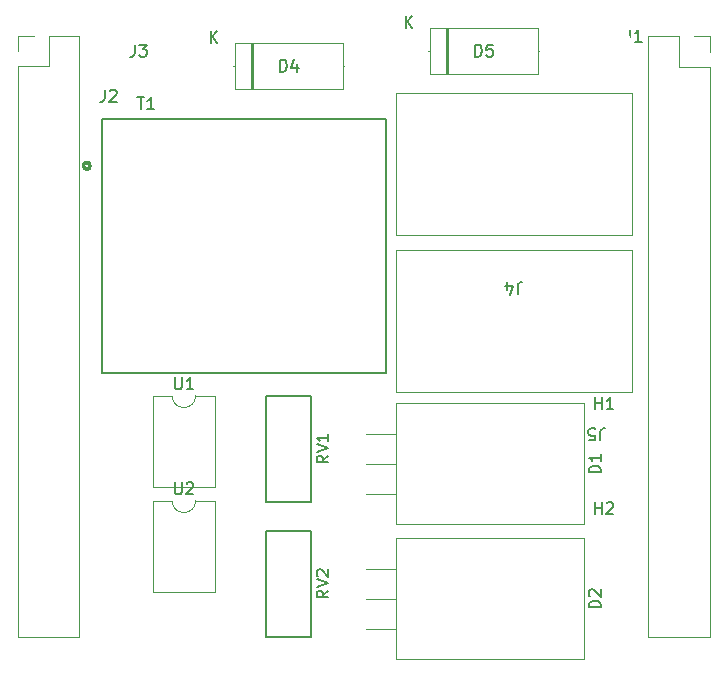
<source format=gto>
G04 #@! TF.GenerationSoftware,KiCad,Pcbnew,(6.0.2)*
G04 #@! TF.CreationDate,2022-02-24T19:29:25+09:00*
G04 #@! TF.ProjectId,ACBoard,4143426f-6172-4642-9e6b-696361645f70,rev?*
G04 #@! TF.SameCoordinates,Original*
G04 #@! TF.FileFunction,Legend,Top*
G04 #@! TF.FilePolarity,Positive*
%FSLAX46Y46*%
G04 Gerber Fmt 4.6, Leading zero omitted, Abs format (unit mm)*
G04 Created by KiCad (PCBNEW (6.0.2)) date 2022-02-24 19:29:25*
%MOMM*%
%LPD*%
G01*
G04 APERTURE LIST*
%ADD10C,0.150000*%
%ADD11C,0.120000*%
%ADD12C,0.300000*%
%ADD13C,0.127000*%
%ADD14O,1.000000X6.000000*%
%ADD15R,1.600000X1.600000*%
%ADD16O,1.600000X1.600000*%
%ADD17C,4.000000*%
%ADD18O,3.500000X3.500000*%
%ADD19R,2.000000X1.905000*%
%ADD20O,2.000000X1.905000*%
%ADD21C,2.000000*%
%ADD22R,13.000000X9.000000*%
%ADD23R,2.800000X2.800000*%
%ADD24O,2.800000X2.800000*%
%ADD25C,2.250000*%
%ADD26R,2.250000X2.250000*%
%ADD27C,1.600000*%
%ADD28R,1.700000X1.700000*%
%ADD29O,1.700000X1.700000*%
G04 APERTURE END LIST*
D10*
X200993333Y-39622619D02*
X200993333Y-38908333D01*
X201040952Y-38765476D01*
X201136190Y-38670238D01*
X201279047Y-38622619D01*
X201374285Y-38622619D01*
X200088571Y-39289285D02*
X200088571Y-38622619D01*
X200326666Y-39670238D02*
X200564761Y-38955952D01*
X199945714Y-38955952D01*
X207978333Y-51982619D02*
X207978333Y-51268333D01*
X208025952Y-51125476D01*
X208121190Y-51030238D01*
X208264047Y-50982619D01*
X208359285Y-50982619D01*
X207025952Y-51982619D02*
X207502142Y-51982619D01*
X207549761Y-51506428D01*
X207502142Y-51554047D01*
X207406904Y-51601666D01*
X207168809Y-51601666D01*
X207073571Y-51554047D01*
X207025952Y-51506428D01*
X206978333Y-51411190D01*
X206978333Y-51173095D01*
X207025952Y-51077857D01*
X207073571Y-51030238D01*
X207168809Y-50982619D01*
X207406904Y-50982619D01*
X207502142Y-51030238D01*
X207549761Y-51077857D01*
X171968095Y-46667380D02*
X171968095Y-47476904D01*
X172015714Y-47572142D01*
X172063333Y-47619761D01*
X172158571Y-47667380D01*
X172349047Y-47667380D01*
X172444285Y-47619761D01*
X172491904Y-47572142D01*
X172539523Y-47476904D01*
X172539523Y-46667380D01*
X173539523Y-47667380D02*
X172968095Y-47667380D01*
X173253809Y-47667380D02*
X173253809Y-46667380D01*
X173158571Y-46810238D01*
X173063333Y-46905476D01*
X172968095Y-46953095D01*
X170823095Y-68532380D02*
X170823095Y-67532380D01*
X171061190Y-67532380D01*
X171204047Y-67580000D01*
X171299285Y-67675238D01*
X171346904Y-67770476D01*
X171394523Y-67960952D01*
X171394523Y-68103809D01*
X171346904Y-68294285D01*
X171299285Y-68389523D01*
X171204047Y-68484761D01*
X171061190Y-68532380D01*
X170823095Y-68532380D01*
X171823095Y-68532380D02*
X171823095Y-67532380D01*
X171823095Y-68008571D02*
X172394523Y-68008571D01*
X172394523Y-68532380D02*
X172394523Y-67532380D01*
X172823095Y-67627619D02*
X172870714Y-67580000D01*
X172965952Y-67532380D01*
X173204047Y-67532380D01*
X173299285Y-67580000D01*
X173346904Y-67627619D01*
X173394523Y-67722857D01*
X173394523Y-67818095D01*
X173346904Y-67960952D01*
X172775476Y-68532380D01*
X173394523Y-68532380D01*
X208017380Y-54713095D02*
X207017380Y-54713095D01*
X207017380Y-54475000D01*
X207065000Y-54332142D01*
X207160238Y-54236904D01*
X207255476Y-54189285D01*
X207445952Y-54141666D01*
X207588809Y-54141666D01*
X207779285Y-54189285D01*
X207874523Y-54236904D01*
X207969761Y-54332142D01*
X208017380Y-54475000D01*
X208017380Y-54713095D01*
X208017380Y-53189285D02*
X208017380Y-53760714D01*
X208017380Y-53475000D02*
X207017380Y-53475000D01*
X207160238Y-53570238D01*
X207255476Y-53665476D01*
X207303095Y-53760714D01*
X208017380Y-66143095D02*
X207017380Y-66143095D01*
X207017380Y-65905000D01*
X207065000Y-65762142D01*
X207160238Y-65666904D01*
X207255476Y-65619285D01*
X207445952Y-65571666D01*
X207588809Y-65571666D01*
X207779285Y-65619285D01*
X207874523Y-65666904D01*
X207969761Y-65762142D01*
X208017380Y-65905000D01*
X208017380Y-66143095D01*
X207112619Y-65190714D02*
X207065000Y-65143095D01*
X207017380Y-65047857D01*
X207017380Y-64809761D01*
X207065000Y-64714523D01*
X207112619Y-64666904D01*
X207207857Y-64619285D01*
X207303095Y-64619285D01*
X207445952Y-64666904D01*
X208017380Y-65238333D01*
X208017380Y-64619285D01*
X168576666Y-18502380D02*
X168576666Y-19216666D01*
X168529047Y-19359523D01*
X168433809Y-19454761D01*
X168290952Y-19502380D01*
X168195714Y-19502380D01*
X168957619Y-18502380D02*
X169576666Y-18502380D01*
X169243333Y-18883333D01*
X169386190Y-18883333D01*
X169481428Y-18930952D01*
X169529047Y-18978571D01*
X169576666Y-19073809D01*
X169576666Y-19311904D01*
X169529047Y-19407142D01*
X169481428Y-19454761D01*
X169386190Y-19502380D01*
X169100476Y-19502380D01*
X169005238Y-19454761D01*
X168957619Y-19407142D01*
X207518095Y-58237380D02*
X207518095Y-57237380D01*
X207518095Y-57713571D02*
X208089523Y-57713571D01*
X208089523Y-58237380D02*
X208089523Y-57237380D01*
X208518095Y-57332619D02*
X208565714Y-57285000D01*
X208660952Y-57237380D01*
X208899047Y-57237380D01*
X208994285Y-57285000D01*
X209041904Y-57332619D01*
X209089523Y-57427857D01*
X209089523Y-57523095D01*
X209041904Y-57665952D01*
X208470476Y-58237380D01*
X209089523Y-58237380D01*
X197381904Y-19502380D02*
X197381904Y-18502380D01*
X197620000Y-18502380D01*
X197762857Y-18550000D01*
X197858095Y-18645238D01*
X197905714Y-18740476D01*
X197953333Y-18930952D01*
X197953333Y-19073809D01*
X197905714Y-19264285D01*
X197858095Y-19359523D01*
X197762857Y-19454761D01*
X197620000Y-19502380D01*
X197381904Y-19502380D01*
X198858095Y-18502380D02*
X198381904Y-18502380D01*
X198334285Y-18978571D01*
X198381904Y-18930952D01*
X198477142Y-18883333D01*
X198715238Y-18883333D01*
X198810476Y-18930952D01*
X198858095Y-18978571D01*
X198905714Y-19073809D01*
X198905714Y-19311904D01*
X198858095Y-19407142D01*
X198810476Y-19454761D01*
X198715238Y-19502380D01*
X198477142Y-19502380D01*
X198381904Y-19454761D01*
X198334285Y-19407142D01*
X191508095Y-17102380D02*
X191508095Y-16102380D01*
X192079523Y-17102380D02*
X191650952Y-16530952D01*
X192079523Y-16102380D02*
X191508095Y-16673809D01*
X171968095Y-55557380D02*
X171968095Y-56366904D01*
X172015714Y-56462142D01*
X172063333Y-56509761D01*
X172158571Y-56557380D01*
X172349047Y-56557380D01*
X172444285Y-56509761D01*
X172491904Y-56462142D01*
X172539523Y-56366904D01*
X172539523Y-55557380D01*
X172968095Y-55652619D02*
X173015714Y-55605000D01*
X173110952Y-55557380D01*
X173349047Y-55557380D01*
X173444285Y-55605000D01*
X173491904Y-55652619D01*
X173539523Y-55747857D01*
X173539523Y-55843095D01*
X173491904Y-55985952D01*
X172920476Y-56557380D01*
X173539523Y-56557380D01*
X168783095Y-22947380D02*
X169354523Y-22947380D01*
X169068809Y-23947380D02*
X169068809Y-22947380D01*
X170211666Y-23947380D02*
X169640238Y-23947380D01*
X169925952Y-23947380D02*
X169925952Y-22947380D01*
X169830714Y-23090238D01*
X169735476Y-23185476D01*
X169640238Y-23233095D01*
X165743095Y-68532380D02*
X165743095Y-67532380D01*
X165981190Y-67532380D01*
X166124047Y-67580000D01*
X166219285Y-67675238D01*
X166266904Y-67770476D01*
X166314523Y-67960952D01*
X166314523Y-68103809D01*
X166266904Y-68294285D01*
X166219285Y-68389523D01*
X166124047Y-68484761D01*
X165981190Y-68532380D01*
X165743095Y-68532380D01*
X166743095Y-68532380D02*
X166743095Y-67532380D01*
X166743095Y-68008571D02*
X167314523Y-68008571D01*
X167314523Y-68532380D02*
X167314523Y-67532380D01*
X168314523Y-68532380D02*
X167743095Y-68532380D01*
X168028809Y-68532380D02*
X168028809Y-67532380D01*
X167933571Y-67675238D01*
X167838333Y-67770476D01*
X167743095Y-67818095D01*
X184962380Y-53300238D02*
X184486190Y-53633571D01*
X184962380Y-53871666D02*
X183962380Y-53871666D01*
X183962380Y-53490714D01*
X184010000Y-53395476D01*
X184057619Y-53347857D01*
X184152857Y-53300238D01*
X184295714Y-53300238D01*
X184390952Y-53347857D01*
X184438571Y-53395476D01*
X184486190Y-53490714D01*
X184486190Y-53871666D01*
X183962380Y-53014523D02*
X184962380Y-52681190D01*
X183962380Y-52347857D01*
X184962380Y-51490714D02*
X184962380Y-52062142D01*
X184962380Y-51776428D02*
X183962380Y-51776428D01*
X184105238Y-51871666D01*
X184200476Y-51966904D01*
X184248095Y-52062142D01*
X207653095Y-19002380D02*
X207653095Y-18002380D01*
X207891190Y-18002380D01*
X208034047Y-18050000D01*
X208129285Y-18145238D01*
X208176904Y-18240476D01*
X208224523Y-18430952D01*
X208224523Y-18573809D01*
X208176904Y-18764285D01*
X208129285Y-18859523D01*
X208034047Y-18954761D01*
X207891190Y-19002380D01*
X207653095Y-19002380D01*
X208653095Y-19002380D02*
X208653095Y-18002380D01*
X208653095Y-18478571D02*
X209224523Y-18478571D01*
X209224523Y-19002380D02*
X209224523Y-18002380D01*
X210176904Y-18002380D02*
X209700714Y-18002380D01*
X209653095Y-18478571D01*
X209700714Y-18430952D01*
X209795952Y-18383333D01*
X210034047Y-18383333D01*
X210129285Y-18430952D01*
X210176904Y-18478571D01*
X210224523Y-18573809D01*
X210224523Y-18811904D01*
X210176904Y-18907142D01*
X210129285Y-18954761D01*
X210034047Y-19002380D01*
X209795952Y-19002380D01*
X209700714Y-18954761D01*
X209653095Y-18907142D01*
X207518095Y-49347380D02*
X207518095Y-48347380D01*
X207518095Y-48823571D02*
X208089523Y-48823571D01*
X208089523Y-49347380D02*
X208089523Y-48347380D01*
X209089523Y-49347380D02*
X208518095Y-49347380D01*
X208803809Y-49347380D02*
X208803809Y-48347380D01*
X208708571Y-48490238D01*
X208613333Y-48585476D01*
X208518095Y-48633095D01*
X207653095Y-69032380D02*
X207653095Y-68032380D01*
X207891190Y-68032380D01*
X208034047Y-68080000D01*
X208129285Y-68175238D01*
X208176904Y-68270476D01*
X208224523Y-68460952D01*
X208224523Y-68603809D01*
X208176904Y-68794285D01*
X208129285Y-68889523D01*
X208034047Y-68984761D01*
X207891190Y-69032380D01*
X207653095Y-69032380D01*
X208653095Y-69032380D02*
X208653095Y-68032380D01*
X208653095Y-68508571D02*
X209224523Y-68508571D01*
X209224523Y-69032380D02*
X209224523Y-68032380D01*
X209605476Y-68032380D02*
X210224523Y-68032380D01*
X209891190Y-68413333D01*
X210034047Y-68413333D01*
X210129285Y-68460952D01*
X210176904Y-68508571D01*
X210224523Y-68603809D01*
X210224523Y-68841904D01*
X210176904Y-68937142D01*
X210129285Y-68984761D01*
X210034047Y-69032380D01*
X209748333Y-69032380D01*
X209653095Y-68984761D01*
X209605476Y-68937142D01*
X207653095Y-61547380D02*
X207653095Y-60547380D01*
X207891190Y-60547380D01*
X208034047Y-60595000D01*
X208129285Y-60690238D01*
X208176904Y-60785476D01*
X208224523Y-60975952D01*
X208224523Y-61118809D01*
X208176904Y-61309285D01*
X208129285Y-61404523D01*
X208034047Y-61499761D01*
X207891190Y-61547380D01*
X207653095Y-61547380D01*
X208653095Y-61547380D02*
X208653095Y-60547380D01*
X208653095Y-61023571D02*
X209224523Y-61023571D01*
X209224523Y-61547380D02*
X209224523Y-60547380D01*
X210129285Y-60880714D02*
X210129285Y-61547380D01*
X209891190Y-60499761D02*
X209653095Y-61214047D01*
X210272142Y-61214047D01*
X184962380Y-64730238D02*
X184486190Y-65063571D01*
X184962380Y-65301666D02*
X183962380Y-65301666D01*
X183962380Y-64920714D01*
X184010000Y-64825476D01*
X184057619Y-64777857D01*
X184152857Y-64730238D01*
X184295714Y-64730238D01*
X184390952Y-64777857D01*
X184438571Y-64825476D01*
X184486190Y-64920714D01*
X184486190Y-65301666D01*
X183962380Y-64444523D02*
X184962380Y-64111190D01*
X183962380Y-63777857D01*
X184057619Y-63492142D02*
X184010000Y-63444523D01*
X183962380Y-63349285D01*
X183962380Y-63111190D01*
X184010000Y-63015952D01*
X184057619Y-62968333D01*
X184152857Y-62920714D01*
X184248095Y-62920714D01*
X184390952Y-62968333D01*
X184962380Y-63539761D01*
X184962380Y-62920714D01*
X210486666Y-17232380D02*
X210486666Y-17946666D01*
X210439047Y-18089523D01*
X210343809Y-18184761D01*
X210200952Y-18232380D01*
X210105714Y-18232380D01*
X211486666Y-18232380D02*
X210915238Y-18232380D01*
X211200952Y-18232380D02*
X211200952Y-17232380D01*
X211105714Y-17375238D01*
X211010476Y-17470476D01*
X210915238Y-17518095D01*
X166036666Y-22312380D02*
X166036666Y-23026666D01*
X165989047Y-23169523D01*
X165893809Y-23264761D01*
X165750952Y-23312380D01*
X165655714Y-23312380D01*
X166465238Y-22407619D02*
X166512857Y-22360000D01*
X166608095Y-22312380D01*
X166846190Y-22312380D01*
X166941428Y-22360000D01*
X166989047Y-22407619D01*
X167036666Y-22502857D01*
X167036666Y-22598095D01*
X166989047Y-22740952D01*
X166417619Y-23312380D01*
X167036666Y-23312380D01*
X180871904Y-20772380D02*
X180871904Y-19772380D01*
X181110000Y-19772380D01*
X181252857Y-19820000D01*
X181348095Y-19915238D01*
X181395714Y-20010476D01*
X181443333Y-20200952D01*
X181443333Y-20343809D01*
X181395714Y-20534285D01*
X181348095Y-20629523D01*
X181252857Y-20724761D01*
X181110000Y-20772380D01*
X180871904Y-20772380D01*
X182300476Y-20105714D02*
X182300476Y-20772380D01*
X182062380Y-19724761D02*
X181824285Y-20439047D01*
X182443333Y-20439047D01*
X174998095Y-18372380D02*
X174998095Y-17372380D01*
X175569523Y-18372380D02*
X175140952Y-17800952D01*
X175569523Y-17372380D02*
X174998095Y-17943809D01*
D11*
X210660000Y-34575000D02*
X190660000Y-34575000D01*
X190660000Y-34575000D02*
X190660000Y-22575000D01*
X190660000Y-22575000D02*
X210660000Y-22575000D01*
X210660000Y-22575000D02*
X210660000Y-34575000D01*
X210660000Y-47910000D02*
X190660000Y-47910000D01*
X190660000Y-47910000D02*
X190660000Y-35910000D01*
X190660000Y-35910000D02*
X210660000Y-35910000D01*
X210660000Y-35910000D02*
X210660000Y-47910000D01*
X171730000Y-48215000D02*
X170080000Y-48215000D01*
X170080000Y-55955000D02*
X175380000Y-55955000D01*
X175380000Y-48215000D02*
X173730000Y-48215000D01*
X170080000Y-48215000D02*
X170080000Y-55955000D01*
X175380000Y-55955000D02*
X175380000Y-48215000D01*
X171730000Y-48215000D02*
G75*
G03*
X173730000Y-48215000I1000000J0D01*
G01*
X190675000Y-48855000D02*
X190675000Y-59095000D01*
X190675000Y-53975000D02*
X188135000Y-53975000D01*
X190675000Y-51435000D02*
X188135000Y-51435000D01*
X190675000Y-56515000D02*
X188135000Y-56515000D01*
X206565000Y-48855000D02*
X190675000Y-48855000D01*
X206565000Y-48855000D02*
X206565000Y-59095000D01*
X206565000Y-59095000D02*
X190675000Y-59095000D01*
X190675000Y-65405000D02*
X188135000Y-65405000D01*
X190675000Y-62865000D02*
X188135000Y-62865000D01*
X190675000Y-67945000D02*
X188135000Y-67945000D01*
X206565000Y-60285000D02*
X190675000Y-60285000D01*
X206565000Y-60285000D02*
X206565000Y-70525000D01*
X190675000Y-60285000D02*
X190675000Y-70525000D01*
X206565000Y-70525000D02*
X190675000Y-70525000D01*
X194885000Y-17080000D02*
X194885000Y-21020000D01*
X202830000Y-19050000D02*
X202690000Y-19050000D01*
X202690000Y-17080000D02*
X193550000Y-17080000D01*
X195125000Y-17080000D02*
X195125000Y-21020000D01*
X193410000Y-19050000D02*
X193550000Y-19050000D01*
X195005000Y-17080000D02*
X195005000Y-21020000D01*
X193550000Y-21020000D02*
X202690000Y-21020000D01*
X193550000Y-17080000D02*
X193550000Y-21020000D01*
X202690000Y-21020000D02*
X202690000Y-17080000D01*
X171730000Y-57105000D02*
X170080000Y-57105000D01*
X170080000Y-57105000D02*
X170080000Y-64845000D01*
X170080000Y-64845000D02*
X175380000Y-64845000D01*
X175380000Y-57105000D02*
X173730000Y-57105000D01*
X175380000Y-64845000D02*
X175380000Y-57105000D01*
X171730000Y-57105000D02*
G75*
G03*
X173730000Y-57105000I1000000J0D01*
G01*
D12*
X164782841Y-28760000D02*
G75*
G03*
X164782841Y-28760000I-282841J0D01*
G01*
D13*
X189800000Y-46310000D02*
X165800000Y-46310000D01*
X189800000Y-24810000D02*
X189800000Y-46310000D01*
X165800000Y-24810000D02*
X189800000Y-24810000D01*
X165800000Y-46310000D02*
X165800000Y-24810000D01*
D10*
X179710000Y-57205000D02*
X183510000Y-57205000D01*
X179710000Y-48205000D02*
X183510000Y-48205000D01*
X179710000Y-57205000D02*
X179710000Y-48205000D01*
X183510000Y-57205000D02*
X183510000Y-48205000D01*
X183510000Y-68635000D02*
X183510000Y-59635000D01*
X179710000Y-68635000D02*
X179710000Y-59635000D01*
X179710000Y-68635000D02*
X183510000Y-68635000D01*
X179710000Y-59635000D02*
X183510000Y-59635000D01*
D11*
X214650000Y-17750000D02*
X214650000Y-20350000D01*
X217250000Y-20350000D02*
X217250000Y-68670000D01*
X214650000Y-20350000D02*
X217250000Y-20350000D01*
X215920000Y-17750000D02*
X217250000Y-17750000D01*
X212050000Y-17750000D02*
X214650000Y-17750000D01*
X212050000Y-68670000D02*
X217250000Y-68670000D01*
X212050000Y-17750000D02*
X212050000Y-68670000D01*
X217250000Y-17750000D02*
X217250000Y-19080000D01*
X158685000Y-20325000D02*
X161285000Y-20325000D01*
X161285000Y-17725000D02*
X163885000Y-17725000D01*
X161285000Y-20325000D02*
X161285000Y-17725000D01*
X163885000Y-17725000D02*
X163885000Y-68645000D01*
X158685000Y-17725000D02*
X160015000Y-17725000D01*
X158685000Y-68645000D02*
X163885000Y-68645000D01*
X158685000Y-19055000D02*
X158685000Y-17725000D01*
X158685000Y-20325000D02*
X158685000Y-68645000D01*
X176900000Y-20320000D02*
X177040000Y-20320000D01*
X186180000Y-22290000D02*
X186180000Y-18350000D01*
X177040000Y-18350000D02*
X177040000Y-22290000D01*
X178615000Y-18350000D02*
X178615000Y-22290000D01*
X178495000Y-18350000D02*
X178495000Y-22290000D01*
X178375000Y-18350000D02*
X178375000Y-22290000D01*
X177040000Y-22290000D02*
X186180000Y-22290000D01*
X186320000Y-20320000D02*
X186180000Y-20320000D01*
X186180000Y-18350000D02*
X177040000Y-18350000D01*
%LPC*%
D14*
X207010000Y-28575000D03*
X194310000Y-28575000D03*
X207010000Y-41910000D03*
X194310000Y-41910000D03*
D15*
X168920000Y-49545000D03*
D16*
X168920000Y-52085000D03*
X168920000Y-54625000D03*
X176540000Y-54625000D03*
X176540000Y-49545000D03*
D17*
X172085000Y-68580000D03*
D18*
X203645000Y-53975000D03*
D19*
X186985000Y-51435000D03*
D20*
X186985000Y-53975000D03*
X186985000Y-56515000D03*
D18*
X203645000Y-65405000D03*
D19*
X186985000Y-62865000D03*
D20*
X186985000Y-65405000D03*
X186985000Y-67945000D03*
D21*
X166910000Y-19050000D03*
X170910000Y-19050000D03*
D22*
X198755000Y-65405000D03*
D23*
X191770000Y-19050000D03*
D24*
X204470000Y-19050000D03*
D15*
X168920000Y-58435000D03*
D16*
X168920000Y-60975000D03*
X168920000Y-63515000D03*
X176540000Y-63515000D03*
X176540000Y-58435000D03*
D25*
X184300000Y-28060000D03*
X184300000Y-33060000D03*
X184300000Y-38060000D03*
X184300000Y-43060000D03*
X171300000Y-43060000D03*
X171300000Y-38060000D03*
X171300000Y-33060000D03*
D26*
X171300000Y-29260000D03*
D17*
X167005000Y-68580000D03*
D27*
X180710000Y-55205000D03*
X182510000Y-50205000D03*
D17*
X208915000Y-19050000D03*
D22*
X198755000Y-53975000D03*
D17*
X208915000Y-68580000D03*
X208915000Y-61595000D03*
D27*
X180710000Y-66635000D03*
X182510000Y-61635000D03*
D28*
X215920000Y-19080000D03*
D29*
X213380000Y-19080000D03*
X215920000Y-21620000D03*
X213380000Y-21620000D03*
X215920000Y-24160000D03*
X213380000Y-24160000D03*
X215920000Y-26700000D03*
X213380000Y-26700000D03*
X215920000Y-29240000D03*
X213380000Y-29240000D03*
X215920000Y-31780000D03*
X213380000Y-31780000D03*
X215920000Y-34320000D03*
X213380000Y-34320000D03*
X215920000Y-36860000D03*
X213380000Y-36860000D03*
X215920000Y-39400000D03*
X213380000Y-39400000D03*
X215920000Y-41940000D03*
X213380000Y-41940000D03*
X215920000Y-44480000D03*
X213380000Y-44480000D03*
X215920000Y-47020000D03*
X213380000Y-47020000D03*
X215920000Y-49560000D03*
X213380000Y-49560000D03*
X215920000Y-52100000D03*
X213380000Y-52100000D03*
X215920000Y-54640000D03*
X213380000Y-54640000D03*
X215920000Y-57180000D03*
X213380000Y-57180000D03*
X215920000Y-59720000D03*
X213380000Y-59720000D03*
X215920000Y-62260000D03*
X213380000Y-62260000D03*
X215920000Y-64800000D03*
X213380000Y-64800000D03*
X215920000Y-67340000D03*
X213380000Y-67340000D03*
D28*
X160015000Y-19055000D03*
D29*
X162555000Y-19055000D03*
X160015000Y-21595000D03*
X162555000Y-21595000D03*
X160015000Y-24135000D03*
X162555000Y-24135000D03*
X160015000Y-26675000D03*
X162555000Y-26675000D03*
X160015000Y-29215000D03*
X162555000Y-29215000D03*
X160015000Y-31755000D03*
X162555000Y-31755000D03*
X160015000Y-34295000D03*
X162555000Y-34295000D03*
X160015000Y-36835000D03*
X162555000Y-36835000D03*
X160015000Y-39375000D03*
X162555000Y-39375000D03*
X160015000Y-41915000D03*
X162555000Y-41915000D03*
X160015000Y-44455000D03*
X162555000Y-44455000D03*
X160015000Y-46995000D03*
X162555000Y-46995000D03*
X160015000Y-49535000D03*
X162555000Y-49535000D03*
X160015000Y-52075000D03*
X162555000Y-52075000D03*
X160015000Y-54615000D03*
X162555000Y-54615000D03*
X160015000Y-57155000D03*
X162555000Y-57155000D03*
X160015000Y-59695000D03*
X162555000Y-59695000D03*
X160015000Y-62235000D03*
X162555000Y-62235000D03*
X160015000Y-64775000D03*
X162555000Y-64775000D03*
X160015000Y-67315000D03*
X162555000Y-67315000D03*
D23*
X175260000Y-20320000D03*
D24*
X187960000Y-20320000D03*
M02*

</source>
